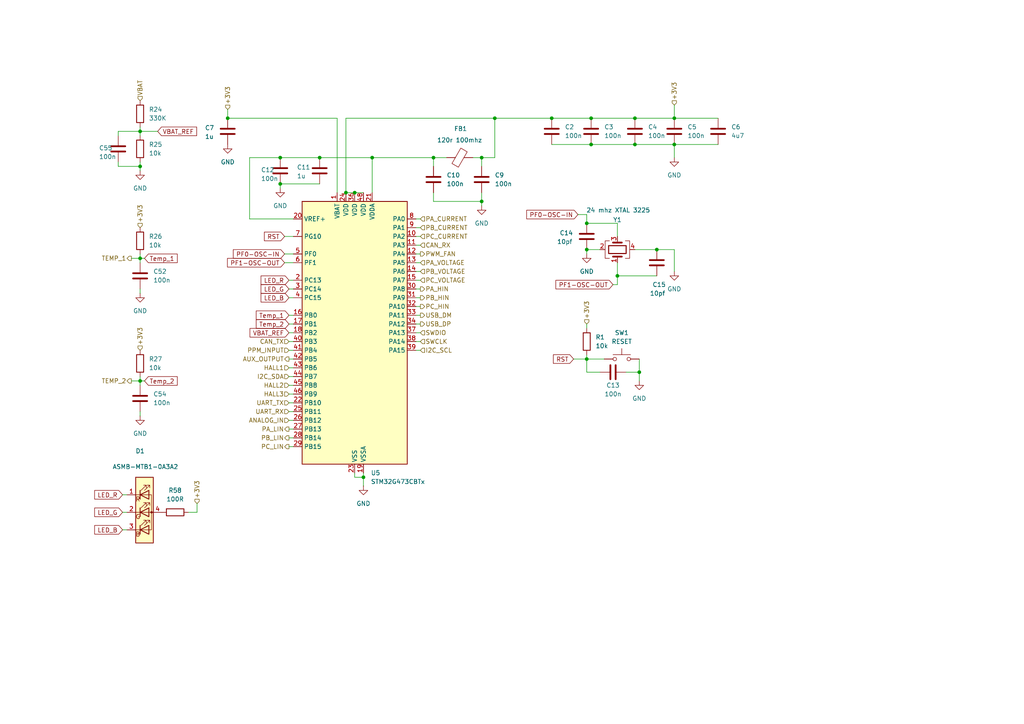
<source format=kicad_sch>
(kicad_sch (version 20250114) (generator "eeschema") (generator_version "9.0")
  (paper "A4")
  (lib_symbols
    (symbol "Device:C" (pin_numbers (hide yes)) (pin_names (offset 0.254))
      (property "Reference" "C" (at 0.635 2.54 0))
      (property "Value" "C" (at 0.635 -2.54 0))
      (symbol "C_0_1"
        (polyline (pts (xy -2.032 0.762) (xy 2.032 0.762)) (stroke (width 0.508)))
        (polyline (pts (xy -2.032 -0.762) (xy 2.032 -0.762)) (stroke (width 0.508)))
      )
      (symbol "C_1_1"
        (pin passive line (at 0 3.81 270) (length 2.794) (name "~") (number "1"))
        (pin passive line (at 0 -3.81 90) (length 2.794) (name "~") (number "2"))
      )
    )
    (symbol "Device:Crystal_GND24" (pin_names (offset 1.016) (hide yes))
      (property "Reference" "Y" (at 3.175 5.08 0))
      (property "Value" "Crystal_GND24" (at 3.175 3.175 0))
      (symbol "Crystal_GND24_0_1"
        (polyline (pts (xy -2.54 2.286) (xy -2.54 3.556) (xy 2.54 3.556) (xy 2.54 2.286)))
        (polyline (pts (xy -2.54 0) (xy -2.032 0)))
        (polyline (pts (xy -2.54 -2.286) (xy -2.54 -3.556) (xy 2.54 -3.556) (xy 2.54 -2.286)))
        (polyline (pts (xy -2.032 -1.27) (xy -2.032 1.27)) (stroke (width 0.508)))
        (rectangle (start -1.143 2.54) (end 1.143 -2.54) (stroke (width 0.3048)))
        (polyline (pts (xy 0 3.556) (xy 0 3.81)))
        (polyline (pts (xy 0 -3.81) (xy 0 -3.556)))
        (polyline (pts (xy 2.032 0) (xy 2.54 0)))
        (polyline (pts (xy 2.032 -1.27) (xy 2.032 1.27)) (stroke (width 0.508)))
      )
      (symbol "Crystal_GND24_1_1"
        (pin passive line (at -3.81 0 0) (length 1.27) (name "1") (number "1"))
        (pin passive line (at 0 5.08 270) (length 1.27) (name "2") (number "2"))
        (pin passive line (at 0 -5.08 90) (length 1.27) (name "4") (number "4"))
        (pin passive line (at 3.81 0 180) (length 1.27) (name "3") (number "3"))
      )
    )
    (symbol "Device:FerriteBead" (pin_numbers (hide yes)) (pin_names (offset 0))
      (property "Reference" "FB" (at -3.81 0.635 90))
      (property "Value" "FerriteBead" (at 3.81 0 90))
      (symbol "FerriteBead_0_1"
        (polyline (pts (xy -2.7686 0.4064) (xy -1.7018 2.2606) (xy 2.7686 -0.3048) (xy 1.6764 -2.159) (xy -2.7686 0.4064)))
        (polyline (pts (xy 0 1.27) (xy 0 1.2954)))
        (polyline (pts (xy 0 -1.27) (xy 0 -1.2192)))
      )
      (symbol "FerriteBead_1_1"
        (pin passive line (at 0 3.81 270) (length 2.54) (name "~") (number "1"))
        (pin passive line (at 0 -3.81 90) (length 2.54) (name "~") (number "2"))
      )
    )
    (symbol "Device:R" (pin_numbers (hide yes)) (pin_names (offset 0))
      (property "Reference" "R" (at 2.032 0 90))
      (property "Value" "R" (at 0 0 90))
      (symbol "R_0_1"
        (rectangle (start -1.016 -2.54) (end 1.016 2.54) (stroke (width 0.254)))
      )
      (symbol "R_1_1"
        (pin passive line (at 0 3.81 270) (length 1.27) (name "~") (number "1"))
        (pin passive line (at 0 -3.81 90) (length 1.27) (name "~") (number "2"))
      )
    )
    (symbol "LED:ASMB-MTB1-0A3A2" (pin_names (offset 0) (hide yes))
      (property "Reference" "D" (at 0 12.7 0))
      (property "Value" "ASMB-MTB1-0A3A2" (at 1.27 -11.43 0))
      (symbol "ASMB-MTB1-0A3A2_0_0"
        (text "R" (at -1.905 3.81 0) (effects (font (size 1.27 1.27))))
        (text "G" (at -1.905 -1.27 0) (effects (font (size 1.27 1.27))))
        (text "B" (at -1.905 -6.35 0) (effects (font (size 1.27 1.27))))
      )
      (symbol "ASMB-MTB1-0A3A2_0_1"
        (polyline (pts (xy -2.54 -5.08) (xy 1.27 -5.08)))
        (polyline (pts (xy -1.27 6.35) (xy -1.27 3.81)) (stroke (width 0.254)))
        (polyline (pts (xy -1.27 1.27) (xy -1.27 -1.27)) (stroke (width 0.254)))
        (polyline (pts (xy -1.27 -3.81) (xy -1.27 -6.35)) (stroke (width 0.254)))
        (polyline (pts (xy -1.016 6.35) (xy 0.508 7.874) (xy -0.254 7.874) (xy 0.508 7.874) (xy 0.508 7.112)))
        (polyline (pts (xy -1.016 1.27) (xy 0.508 2.794) (xy -0.254 2.794) (xy 0.508 2.794) (xy 0.508 2.032)))
        (polyline (pts (xy -1.016 -3.81) (xy 0.508 -2.286) (xy -0.254 -2.286) (xy 0.508 -2.286) (xy 0.508 -3.048)))
        (polyline (pts (xy 0 6.35) (xy 1.524 7.874) (xy 0.762 7.874) (xy 1.524 7.874) (xy 1.524 7.112)))
        (polyline (pts (xy 0 1.27) (xy 1.524 2.794) (xy 0.762 2.794) (xy 1.524 2.794) (xy 1.524 2.032)))
        (polyline (pts (xy 0 -3.81) (xy 1.524 -2.286) (xy 0.762 -2.286) (xy 1.524 -2.286) (xy 1.524 -3.048)))
        (polyline (pts (xy 1.27 6.35) (xy 1.27 3.81) (xy -1.27 5.08) (xy 1.27 6.35)) (stroke (width 0.254)))
        (rectangle (start 1.27 6.35) (end 1.27 6.35))
        (polyline (pts (xy 1.27 5.08) (xy -2.54 5.08)))
        (polyline (pts (xy 1.27 1.27) (xy 1.27 -1.27) (xy -1.27 0) (xy 1.27 1.27)) (stroke (width 0.254)))
        (polyline (pts (xy 1.27 -3.81) (xy 1.27 -6.35) (xy -1.27 -5.08) (xy 1.27 -3.81)) (stroke (width 0.254)))
        (polyline (pts (xy 1.27 -5.08) (xy 2.032 -5.08) (xy 2.032 5.08) (xy 1.27 5.08)))
        (circle (center 2.032 0) (radius 0.254) (fill (type outline)))
        (polyline (pts (xy 2.54 0) (xy -2.54 0)))
        (rectangle (start 2.54 -8.89) (end -2.54 10.16) (stroke (width 0.254)) (fill (type background)))
      )
      (symbol "ASMB-MTB1-0A3A2_1_1"
        (pin passive line (at -5.08 5.08 0) (length 2.54) (name "RK") (number "1"))
        (pin passive line (at -5.08 0 0) (length 2.54) (name "GK") (number "2"))
        (pin passive line (at -5.08 -5.08 0) (length 2.54) (name "BK") (number "3"))
        (pin passive line (at 5.08 0 180) (length 2.54) (name "A") (number "4"))
      )
    )
    (symbol "MCU_ST_STM32G4:STM32G473CBTx"
      (property "Reference" "U" (at -15.24 39.37 0))
      (property "Value" "STM32G473CBTx" (at 7.62 39.37 0))
      (symbol "STM32G473CBTx_0_1"
        (rectangle (start -15.24 -38.1) (end 15.24 38.1) (stroke (width 0.254)) (fill (type background)))
      )
      (symbol "STM32G473CBTx_1_1"
        (pin input line (at -17.78 33.02 0) (length 2.54) (name "VREF+") (number "20"))
        (pin bidirectional line (at -17.78 27.94 0) (length 2.54) (name "PG10") (number "7"))
        (pin bidirectional line (at -17.78 22.86 0) (length 2.54) (name "PF0") (number "5"))
        (pin bidirectional line (at -17.78 20.32 0) (length 2.54) (name "PF1") (number "6"))
        (pin bidirectional line (at -17.78 15.24 0) (length 2.54) (name "PC13") (number "2"))
        (pin bidirectional line (at -17.78 12.7 0) (length 2.54) (name "PC14") (number "3"))
        (pin bidirectional line (at -17.78 10.16 0) (length 2.54) (name "PC15") (number "4"))
        (pin bidirectional line (at -17.78 5.08 0) (length 2.54) (name "PB0") (number "16"))
        (pin bidirectional line (at -17.78 2.54 0) (length 2.54) (name "PB1") (number "17"))
        (pin bidirectional line (at -17.78 0 0) (length 2.54) (name "PB2") (number "18"))
        (pin bidirectional line (at -17.78 -2.54 0) (length 2.54) (name "PB3") (number "40"))
        (pin bidirectional line (at -17.78 -5.08 0) (length 2.54) (name "PB4") (number "41"))
        (pin bidirectional line (at -17.78 -7.62 0) (length 2.54) (name "PB5") (number "42"))
        (pin bidirectional line (at -17.78 -10.16 0) (length 2.54) (name "PB6") (number "43"))
        (pin bidirectional line (at -17.78 -12.7 0) (length 2.54) (name "PB7") (number "44"))
        (pin bidirectional line (at -17.78 -15.24 0) (length 2.54) (name "PB8") (number "45"))
        (pin bidirectional line (at -17.78 -17.78 0) (length 2.54) (name "PB9") (number "46"))
        (pin bidirectional line (at -17.78 -20.32 0) (length 2.54) (name "PB10") (number "22"))
        (pin bidirectional line (at -17.78 -22.86 0) (length 2.54) (name "PB11") (number "25"))
        (pin bidirectional line (at -17.78 -25.4 0) (length 2.54) (name "PB12") (number "26"))
        (pin bidirectional line (at -17.78 -27.94 0) (length 2.54) (name "PB13") (number "27"))
        (pin bidirectional line (at -17.78 -30.48 0) (length 2.54) (name "PB14") (number "28"))
        (pin bidirectional line (at -17.78 -33.02 0) (length 2.54) (name "PB15") (number "29"))
        (pin power_in line (at -5.08 40.64 270) (length 2.54) (name "VBAT") (number "1"))
        (pin power_in line (at -2.54 40.64 270) (length 2.54) (name "VDD") (number "24"))
        (pin power_in line (at 0 40.64 270) (length 2.54) (name "VDD") (number "36"))
        (pin power_in line (at 0 -40.64 90) (length 2.54) (name "VSS") (number "23"))
        (pin passive line (at 0 -40.64 90) (length 2.54) (hide yes) (name "VSS") (number "35"))
        (pin passive line (at 0 -40.64 90) (length 2.54) (hide yes) (name "VSS") (number "47"))
        (pin power_in line (at 2.54 40.64 270) (length 2.54) (name "VDD") (number "48"))
        (pin power_in line (at 2.54 -40.64 90) (length 2.54) (name "VSSA") (number "19"))
        (pin power_in line (at 5.08 40.64 270) (length 2.54) (name "VDDA") (number "21"))
        (pin bidirectional line (at 17.78 33.02 180) (length 2.54) (name "PA0") (number "8"))
        (pin bidirectional line (at 17.78 30.48 180) (length 2.54) (name "PA1") (number "9"))
        (pin bidirectional line (at 17.78 27.94 180) (length 2.54) (name "PA2") (number "10"))
        (pin bidirectional line (at 17.78 25.4 180) (length 2.54) (name "PA3") (number "11"))
        (pin bidirectional line (at 17.78 22.86 180) (length 2.54) (name "PA4") (number "12"))
        (pin bidirectional line (at 17.78 20.32 180) (length 2.54) (name "PA5") (number "13"))
        (pin bidirectional line (at 17.78 17.78 180) (length 2.54) (name "PA6") (number "14"))
        (pin bidirectional line (at 17.78 15.24 180) (length 2.54) (name "PA7") (number "15"))
        (pin bidirectional line (at 17.78 12.7 180) (length 2.54) (name "PA8") (number "30"))
        (pin bidirectional line (at 17.78 10.16 180) (length 2.54) (name "PA9") (number "31"))
        (pin bidirectional line (at 17.78 7.62 180) (length 2.54) (name "PA10") (number "32"))
        (pin bidirectional line (at 17.78 5.08 180) (length 2.54) (name "PA11") (number "33"))
        (pin bidirectional line (at 17.78 2.54 180) (length 2.54) (name "PA12") (number "34"))
        (pin bidirectional line (at 17.78 0 180) (length 2.54) (name "PA13") (number "37"))
        (pin bidirectional line (at 17.78 -2.54 180) (length 2.54) (name "PA14") (number "38"))
        (pin bidirectional line (at 17.78 -5.08 180) (length 2.54) (name "PA15") (number "39"))
      )
    )
    (symbol "Switch:SW_Push" (pin_numbers (hide yes)) (pin_names (offset 1.016) (hide yes))
      (property "Reference" "SW" (at 1.27 2.54 0))
      (property "Value" "SW_Push" (at 0 -1.524 0))
      (symbol "SW_Push_0_1"
        (circle (center -2.032 0) (radius 0.508))
        (polyline (pts (xy 0 1.27) (xy 0 3.048)))
        (circle (center 2.032 0) (radius 0.508))
        (polyline (pts (xy 2.54 1.27) (xy -2.54 1.27)))
        (pin passive line (at -5.08 0 0) (length 2.54) (name "1") (number "1"))
        (pin passive line (at 5.08 0 180) (length 2.54) (name "2") (number "2"))
      )
    )
    (symbol "power:GND" (power) (pin_numbers (hide yes)) (pin_names (offset 0) (hide yes))
      (property "Value" "GND" (at 0 -3.81 0))
      (symbol "GND_0_1"
        (polyline (pts (xy 0 0) (xy 0 -1.27) (xy 1.27 -1.27) (xy 0 -2.54) (xy -1.27 -1.27) (xy 0 -1.27)))
      )
      (symbol "GND_1_1"
        (pin power_in line (at 0 0 270) (length 0) (name "~") (number "1"))
      )
    )
  )
  (junction (at 195.58 41.91))
  (junction (at 40.64 110.49))
  (junction (at 179.07 80.01))
  (junction (at 125.73 45.72))
  (junction (at 40.64 74.93))
  (junction (at 81.28 53.34))
  (junction (at 40.64 38.1))
  (junction (at 92.71 45.72))
  (junction (at 40.64 48.26))
  (junction (at 170.18 104.14))
  (junction (at 171.45 34.29))
  (junction (at 170.18 72.39))
  (junction (at 160.02 34.29))
  (junction (at 100.33 55.88))
  (junction (at 105.41 138.43))
  (junction (at 139.7 58.42))
  (junction (at 66.04 34.29))
  (junction (at 102.87 55.88))
  (junction (at 170.18 64.77))
  (junction (at 139.7 45.72))
  (junction (at 184.15 41.91))
  (junction (at 107.95 45.72))
  (junction (at 81.28 45.72))
  (junction (at 184.15 34.29))
  (junction (at 185.42 107.95))
  (junction (at 143.51 34.29))
  (junction (at 195.58 34.29))
  (junction (at 190.5 72.39))
  (junction (at 171.45 41.91))
  (wire (pts (xy 120.65 81.28) (xy 121.92 81.28)))
  (wire (pts (xy 173.99 107.95) (xy 170.18 107.95)))
  (wire (pts (xy 179.07 80.01) (xy 179.07 82.55)))
  (wire (pts (xy 195.58 41.91) (xy 195.58 45.72)))
  (wire (pts (xy 83.82 116.84) (xy 85.09 116.84)))
  (wire (pts (xy 166.37 104.14) (xy 170.18 104.14)))
  (wire (pts (xy 170.18 72.39) (xy 170.18 73.66)))
  (wire (pts (xy 40.64 49.53) (xy 40.64 48.26)))
  (wire (pts (xy 40.64 119.38) (xy 40.64 120.65)))
  (wire (pts (xy 125.73 58.42) (xy 139.7 58.42)))
  (wire (pts (xy 100.33 55.88) (xy 102.87 55.88)))
  (wire (pts (xy 120.65 86.36) (xy 121.92 86.36)))
  (wire (pts (xy 83.82 124.46) (xy 85.09 124.46)))
  (wire (pts (xy 83.82 106.68) (xy 85.09 106.68)))
  (wire (pts (xy 40.64 74.93) (xy 40.64 73.66)))
  (wire (pts (xy 85.09 63.5) (xy 72.39 63.5)))
  (wire (pts (xy 83.82 101.6) (xy 85.09 101.6)))
  (wire (pts (xy 102.87 138.43) (xy 105.41 138.43)))
  (wire (pts (xy 40.64 110.49) (xy 40.64 109.22)))
  (wire (pts (xy 38.1 110.49) (xy 40.64 110.49)))
  (wire (pts (xy 34.29 38.1) (xy 40.64 38.1)))
  (wire (pts (xy 100.33 34.29) (xy 100.33 55.88)))
  (wire (pts (xy 66.04 34.29) (xy 97.79 34.29)))
  (wire (pts (xy 107.95 55.88) (xy 107.95 45.72)))
  (wire (pts (xy 179.07 76.2) (xy 179.07 80.01)))
  (wire (pts (xy 179.07 80.01) (xy 190.5 80.01)))
  (wire (pts (xy 170.18 62.23) (xy 170.18 64.77)))
  (wire (pts (xy 40.64 38.1) (xy 40.64 36.83)))
  (wire (pts (xy 179.07 64.77) (xy 179.07 68.58)))
  (wire (pts (xy 125.73 45.72) (xy 129.54 45.72)))
  (wire (pts (xy 54.61 148.59) (xy 57.15 148.59)))
  (wire (pts (xy 92.71 45.72) (xy 107.95 45.72)))
  (wire (pts (xy 185.42 104.14) (xy 185.42 107.95)))
  (wire (pts (xy 105.41 138.43) (xy 105.41 137.16)))
  (wire (pts (xy 195.58 30.48) (xy 195.58 34.29)))
  (wire (pts (xy 40.64 46.99) (xy 40.64 48.26)))
  (wire (pts (xy 120.65 68.58) (xy 121.92 68.58)))
  (wire (pts (xy 66.04 31.75) (xy 66.04 34.29)))
  (wire (pts (xy 83.82 81.28) (xy 85.09 81.28)))
  (wire (pts (xy 81.28 53.34) (xy 92.71 53.34)))
  (wire (pts (xy 81.28 53.34) (xy 81.28 54.61)))
  (wire (pts (xy 83.82 114.3) (xy 85.09 114.3)))
  (wire (pts (xy 120.65 73.66) (xy 121.92 73.66)))
  (wire (pts (xy 170.18 102.87) (xy 170.18 104.14)))
  (wire (pts (xy 120.65 78.74) (xy 121.92 78.74)))
  (wire (pts (xy 83.82 91.44) (xy 85.09 91.44)))
  (wire (pts (xy 35.56 148.59) (xy 36.83 148.59)))
  (wire (pts (xy 195.58 41.91) (xy 208.28 41.91)))
  (wire (pts (xy 120.65 99.06) (xy 121.92 99.06)))
  (wire (pts (xy 184.15 72.39) (xy 190.5 72.39)))
  (wire (pts (xy 82.55 73.66) (xy 85.09 73.66)))
  (wire (pts (xy 121.92 66.04) (xy 120.65 66.04)))
  (wire (pts (xy 83.82 96.52) (xy 85.09 96.52)))
  (wire (pts (xy 40.64 83.82) (xy 40.64 85.09)))
  (wire (pts (xy 125.73 55.88) (xy 125.73 58.42)))
  (wire (pts (xy 195.58 72.39) (xy 195.58 78.74)))
  (wire (pts (xy 195.58 34.29) (xy 208.28 34.29)))
  (wire (pts (xy 167.64 62.23) (xy 170.18 62.23)))
  (wire (pts (xy 72.39 63.5) (xy 72.39 45.72)))
  (wire (pts (xy 185.42 107.95) (xy 185.42 110.49)))
  (wire (pts (xy 40.64 38.1) (xy 45.72 38.1)))
  (wire (pts (xy 83.82 121.92) (xy 85.09 121.92)))
  (wire (pts (xy 83.82 93.98) (xy 85.09 93.98)))
  (wire (pts (xy 120.65 83.82) (xy 121.92 83.82)))
  (wire (pts (xy 195.58 72.39) (xy 190.5 72.39)))
  (wire (pts (xy 82.55 76.2) (xy 85.09 76.2)))
  (wire (pts (xy 143.51 45.72) (xy 143.51 34.29)))
  (wire (pts (xy 40.64 110.49) (xy 41.91 110.49)))
  (wire (pts (xy 160.02 41.91) (xy 171.45 41.91)))
  (wire (pts (xy 120.65 101.6) (xy 121.92 101.6)))
  (wire (pts (xy 81.28 45.72) (xy 92.71 45.72)))
  (wire (pts (xy 83.82 109.22) (xy 85.09 109.22)))
  (wire (pts (xy 83.82 111.76) (xy 85.09 111.76)))
  (wire (pts (xy 121.92 96.52) (xy 120.65 96.52)))
  (wire (pts (xy 40.64 74.93) (xy 41.91 74.93)))
  (wire (pts (xy 105.41 138.43) (xy 105.41 140.97)))
  (wire (pts (xy 35.56 153.67) (xy 36.83 153.67)))
  (wire (pts (xy 97.79 34.29) (xy 97.79 55.88)))
  (wire (pts (xy 40.64 111.76) (xy 40.64 110.49)))
  (wire (pts (xy 120.65 91.44) (xy 121.92 91.44)))
  (wire (pts (xy 170.18 104.14) (xy 175.26 104.14)))
  (wire (pts (xy 170.18 72.39) (xy 173.99 72.39)))
  (wire (pts (xy 170.18 93.98) (xy 170.18 95.25)))
  (wire (pts (xy 34.29 48.26) (xy 40.64 48.26)))
  (wire (pts (xy 181.61 107.95) (xy 185.42 107.95)))
  (wire (pts (xy 139.7 55.88) (xy 139.7 58.42)))
  (wire (pts (xy 171.45 34.29) (xy 184.15 34.29)))
  (wire (pts (xy 184.15 41.91) (xy 195.58 41.91)))
  (wire (pts (xy 120.65 71.12) (xy 121.92 71.12)))
  (wire (pts (xy 125.73 48.26) (xy 125.73 45.72)))
  (wire (pts (xy 107.95 45.72) (xy 125.73 45.72)))
  (wire (pts (xy 177.8 82.55) (xy 179.07 82.55)))
  (wire (pts (xy 82.55 68.58) (xy 85.09 68.58)))
  (wire (pts (xy 83.82 99.06) (xy 85.09 99.06)))
  (wire (pts (xy 34.29 46.99) (xy 34.29 48.26)))
  (wire (pts (xy 83.82 86.36) (xy 85.09 86.36)))
  (wire (pts (xy 102.87 55.88) (xy 105.41 55.88)))
  (wire (pts (xy 72.39 45.72) (xy 81.28 45.72)))
  (wire (pts (xy 83.82 129.54) (xy 85.09 129.54)))
  (wire (pts (xy 34.29 39.37) (xy 34.29 38.1)))
  (wire (pts (xy 40.64 39.37) (xy 40.64 38.1)))
  (wire (pts (xy 35.56 143.51) (xy 36.83 143.51)))
  (wire (pts (xy 171.45 41.91) (xy 184.15 41.91)))
  (wire (pts (xy 139.7 48.26) (xy 139.7 45.72)))
  (wire (pts (xy 170.18 107.95) (xy 170.18 104.14)))
  (wire (pts (xy 102.87 138.43) (xy 102.87 137.16)))
  (wire (pts (xy 139.7 58.42) (xy 139.7 59.69)))
  (wire (pts (xy 139.7 45.72) (xy 143.51 45.72)))
  (wire (pts (xy 83.82 104.14) (xy 85.09 104.14)))
  (wire (pts (xy 120.65 88.9) (xy 121.92 88.9)))
  (wire (pts (xy 83.82 119.38) (xy 85.09 119.38)))
  (wire (pts (xy 160.02 34.29) (xy 171.45 34.29)))
  (wire (pts (xy 120.65 76.2) (xy 121.92 76.2)))
  (wire (pts (xy 38.1 74.93) (xy 40.64 74.93)))
  (wire (pts (xy 121.92 63.5) (xy 120.65 63.5)))
  (wire (pts (xy 120.65 93.98) (xy 121.92 93.98)))
  (wire (pts (xy 40.64 76.2) (xy 40.64 74.93)))
  (wire (pts (xy 184.15 34.29) (xy 195.58 34.29)))
  (wire (pts (xy 83.82 127) (xy 85.09 127)))
  (wire (pts (xy 83.82 83.82) (xy 85.09 83.82)))
  (wire (pts (xy 170.18 64.77) (xy 179.07 64.77)))
  (wire (pts (xy 57.15 148.59) (xy 57.15 146.05)))
  (wire (pts (xy 143.51 34.29) (xy 160.02 34.29)))
  (wire (pts (xy 137.16 45.72) (xy 139.7 45.72)))
  (wire (pts (xy 143.51 34.29) (xy 100.33 34.29)))
  (global_label "RST" (shape input) (at 82.55 68.58 180) (property "Intersheetrefs" "${INTERSHEET_REFS}" (effects (hide yes))))
  (global_label "LED_R" (shape input) (at 83.82 81.28 180) (property "Intersheetrefs" "${INTERSHEET_REFS}" (effects (hide yes))))
  (global_label "Temp_2" (shape input) (at 83.82 93.98 180) (property "Intersheetrefs" "${INTERSHEET_REFS}" (effects (hide yes))))
  (global_label "PF1-OSC-OUT" (shape input) (at 177.8 82.55 180) (property "Intersheetrefs" "${INTERSHEET_REFS}" (effects (hide yes))))
  (global_label "PF1-OSC-OUT" (shape input) (at 82.55 76.2 180) (property "Intersheetrefs" "${INTERSHEET_REFS}" (effects (hide yes))))
  (global_label "PF0-OSC-IN" (shape input) (at 167.64 62.23 180) (property "Intersheetrefs" "${INTERSHEET_REFS}" (effects (hide yes))))
  (global_label "Temp_1" (shape input) (at 41.91 74.93 0) (property "Intersheetrefs" "${INTERSHEET_REFS}" (effects (hide yes))))
  (global_label "VBAT_REF" (shape input) (at 83.82 96.52 180) (property "Intersheetrefs" "${INTERSHEET_REFS}" (effects (hide yes))))
  (global_label "Temp_2" (shape input) (at 41.91 110.49 0) (property "Intersheetrefs" "${INTERSHEET_REFS}" (effects (hide yes))))
  (global_label "LED_B" (shape input) (at 35.56 153.67 180) (property "Intersheetrefs" "${INTERSHEET_REFS}" (effects (hide yes))))
  (global_label "LED_G" (shape input) (at 35.56 148.59 180) (property "Intersheetrefs" "${INTERSHEET_REFS}" (effects (hide yes))))
  (global_label "Temp_1" (shape input) (at 83.82 91.44 180) (property "Intersheetrefs" "${INTERSHEET_REFS}" (effects (hide yes))))
  (global_label "RST" (shape input) (at 166.37 104.14 180) (property "Intersheetrefs" "${INTERSHEET_REFS}" (effects (hide yes))))
  (global_label "VBAT_REF" (shape input) (at 45.72 38.1 0) (property "Intersheetrefs" "${INTERSHEET_REFS}" (effects (hide yes))))
  (global_label "LED_R" (shape input) (at 35.56 143.51 180) (property "Intersheetrefs" "${INTERSHEET_REFS}" (effects (hide yes))))
  (global_label "PF0-OSC-IN" (shape input) (at 82.55 73.66 180) (property "Intersheetrefs" "${INTERSHEET_REFS}" (effects (hide yes))))
  (global_label "LED_B" (shape input) (at 83.82 86.36 180) (property "Intersheetrefs" "${INTERSHEET_REFS}" (effects (hide yes))))
  (global_label "LED_G" (shape input) (at 83.82 83.82 180) (property "Intersheetrefs" "${INTERSHEET_REFS}" (effects (hide yes))))
  (hierarchical_label "+3V3" (shape input) (at 40.64 101.6 90))
  (hierarchical_label "PC_VOLTAGE" (shape input) (at 121.92 81.28 0))
  (hierarchical_label "VBAT" (shape input) (at 40.64 29.21 90))
  (hierarchical_label "+3V3" (shape input) (at 57.15 146.05 90))
  (hierarchical_label "PB_CURRENT" (shape input) (at 121.92 66.04 0))
  (hierarchical_label "I2C_SDA" (shape input) (at 83.82 109.22 180))
  (hierarchical_label "PB_HIN" (shape output) (at 121.92 86.36 0))
  (hierarchical_label "CAN_TX" (shape input) (at 83.82 99.06 180))
  (hierarchical_label "USB_DP" (shape output) (at 121.92 93.98 0))
  (hierarchical_label "PA_HIN" (shape output) (at 121.92 83.82 0))
  (hierarchical_label "+3V3" (shape input) (at 40.64 66.04 90))
  (hierarchical_label "TEMP_2" (shape output) (at 38.1 110.49 180))
  (hierarchical_label "HALL2" (shape input) (at 83.82 111.76 180))
  (hierarchical_label "HALL1" (shape input) (at 83.82 106.68 180))
  (hierarchical_label "ANALOG_IN" (shape input) (at 83.82 121.92 180))
  (hierarchical_label "AUX_OUTPUT" (shape output) (at 83.82 104.14 180))
  (hierarchical_label "PA_LIN" (shape output) (at 83.82 124.46 180))
  (hierarchical_label "+3V3" (shape input) (at 66.04 31.75 90))
  (hierarchical_label "PB_VOLTAGE" (shape input) (at 121.92 78.74 0))
  (hierarchical_label "PA_CURRENT" (shape input) (at 121.92 63.5 0))
  (hierarchical_label "CAN_RX" (shape input) (at 121.92 71.12 0))
  (hierarchical_label "PC_LIN" (shape output) (at 83.82 129.54 180))
  (hierarchical_label "HALL3" (shape input) (at 83.82 114.3 180))
  (hierarchical_label "+3V3" (shape input) (at 170.18 93.98 90))
  (hierarchical_label "SWCLK" (shape input) (at 121.92 99.06 0))
  (hierarchical_label "PPM_INPUT" (shape input) (at 83.82 101.6 180))
  (hierarchical_label "PA_VOLTAGE" (shape input) (at 121.92 76.2 0))
  (hierarchical_label "+3V3" (shape input) (at 195.58 30.48 90))
  (hierarchical_label "UART_TX" (shape input) (at 83.82 116.84 180))
  (hierarchical_label "UART_RX" (shape input) (at 83.82 119.38 180))
  (hierarchical_label "PC_HIN" (shape output) (at 121.92 88.9 0))
  (hierarchical_label "PB_LIN" (shape output) (at 83.82 127 180))
  (hierarchical_label "SWDIO" (shape input) (at 121.92 96.52 0))
  (hierarchical_label "TEMP_1" (shape output) (at 38.1 74.93 180))
  (hierarchical_label "PWM_FAN" (shape output) (at 121.92 73.66 0))
  (hierarchical_label "I2C_SCL" (shape input) (at 121.92 101.6 0))
  (hierarchical_label "PC_CURRENT" (shape input) (at 121.92 68.58 0))
  (hierarchical_label "USB_DM" (shape output) (at 121.92 91.44 0))
  (symbol (lib_id "power:GND") (at 66.04 41.91 0) (unit 1)
    (property "Reference" "#PWR03" (effects (hide yes)))
    (property "Value" "GND" (at 66.04 46.99 0))
    (property "Description" "Power symbol creates a global label with name \"GND\" , ground" (effects (hide yes)))
  )
  (symbol (lib_id "MCU_ST_STM32G4:STM32G473CBTx") (at 102.87 96.52 0) (unit 1)
    (property "Reference" "U5" (at 107.5533 137.16 0) (effects (justify left)))
    (property "Value" "STM32G473CBTx" (at 107.5533 139.7 0) (effects (justify left)))
    (property "Footprint" "Package_QFP:LQFP-48_7x7mm_P0.5mm" (effects (hide yes)))
    (property "Datasheet" "https://www.st.com/resource/en/datasheet/stm32g473cb.pdf" (effects (hide yes)))
    (property "Description" "STMicroelectronics Arm Cortex-M4 MCU, 128KB flash, 128KB RAM, 170 MHz, 1.71-3.6V, 38 GPIO, LQFP48" (effects (hide yes)))
  )
  (symbol (lib_id "Device:C") (at 195.58 38.1 0) (unit 1)
    (property "Reference" "C5" (at 199.39 36.8299 0) (effects (justify left)))
    (property "Value" "100n" (at 199.39 39.3699 0) (effects (justify left)))
    (property "Footprint" "Capacitor_SMD:C_0402_1005Metric" (effects (hide yes)))
    (property "Description" "Unpolarized capacitor" (effects (hide yes)))
  )
  (symbol (lib_id "Device:C") (at 170.18 68.58 0) (unit 1)
    (property "Reference" "C14" (at 162.306 67.564 0) (effects (justify left)))
    (property "Value" "10pf" (at 161.544 70.104 0) (effects (justify left)))
    (property "Footprint" "Capacitor_SMD:C_0402_1005Metric" (effects (hide yes)))
    (property "Description" "Unpolarized capacitor" (effects (hide yes)))
  )
  (symbol (lib_id "Device:R") (at 40.64 69.85 0) (unit 1)
    (property "Reference" "R26" (at 43.18 68.5799 0) (effects (justify left)))
    (property "Value" "10k" (at 43.18 71.1199 0) (effects (justify left)))
    (property "Footprint" "Resistor_SMD:R_0402_1005Metric" (effects (hide yes)))
    (property "Description" "Resistor" (effects (hide yes)))
  )
  (symbol (lib_id "Device:R") (at 40.64 43.18 0) (unit 1)
    (property "Reference" "R25" (at 43.18 41.9099 0) (effects (justify left)))
    (property "Value" "10k" (at 43.18 44.4499 0) (effects (justify left)))
    (property "Footprint" "Resistor_SMD:R_0402_1005Metric" (effects (hide yes)))
    (property "Description" "Resistor" (effects (hide yes)))
  )
  (symbol (lib_id "Device:C") (at 92.71 49.53 0) (unit 1)
    (property "Reference" "C11" (at 86.106 48.514 0) (effects (justify left)))
    (property "Value" "1u" (at 86.106 51.054 0) (effects (justify left)))
    (property "Footprint" "Capacitor_SMD:C_0402_1005Metric" (effects (hide yes)))
    (property "Description" "Unpolarized capacitor" (effects (hide yes)))
  )
  (symbol (lib_id "Device:C") (at 81.28 49.53 0) (unit 1)
    (property "Reference" "C12" (at 75.692 49.276 0) (effects (justify left)))
    (property "Value" "100n" (at 75.692 51.816 0) (effects (justify left)))
    (property "Footprint" "Capacitor_SMD:C_0402_1005Metric" (effects (hide yes)))
    (property "Description" "Unpolarized capacitor" (effects (hide yes)))
  )
  (symbol (lib_id "LED:ASMB-MTB1-0A3A2") (at 41.91 148.59 0) (unit 1)
    (property "Reference" "D1" (at 40.64 130.81 0))
    (property "Value" "ASMB-MTB1-0A3A2" (at 42.164 135.382 0))
    (property "Footprint" "LED_SMD:LED_Avago_PLCC4_3.2x2.8mm_CW" (effects (hide yes)))
    (property "Datasheet" "https://docs.broadcom.com/docs/AV02-4194EN" (effects (hide yes)))
    (property "Description" "Tricolor Black Surface LED, Common Anode Pin 4, PLCC-4" (effects (hide yes)))
  )
  (symbol (lib_id "Device:FerriteBead") (at 133.35 45.72 90) (unit 1)
    (property "Reference" "FB1" (at 133.604 37.338 90))
    (property "Value" "120r 100mhz" (at 133.2992 40.64 90))
    (property "Footprint" "Inductor_SMD:L_0402_1005Metric" (effects (hide yes)))
    (property "Description" "Ferrite bead" (effects (hide yes)))
  )
  (symbol (lib_id "Device:C") (at 66.04 38.1 0) (unit 1)
    (property "Reference" "C7" (at 59.436 37.084 0) (effects (justify left)))
    (property "Value" "1u" (at 59.436 39.624 0) (effects (justify left)))
    (property "Footprint" "Capacitor_SMD:C_0402_1005Metric" (effects (hide yes)))
    (property "Description" "Unpolarized capacitor" (effects (hide yes)))
  )
  (symbol (lib_id "power:GND") (at 195.58 78.74 0) (unit 1)
    (property "Reference" "#PWR011" (effects (hide yes)))
    (property "Value" "GND" (at 195.58 83.82 0))
    (property "Description" "Power symbol creates a global label with name \"GND\" , ground" (effects (hide yes)))
  )
  (symbol (lib_id "power:GND") (at 40.64 120.65 0) (unit 1)
    (property "Reference" "#PWR054" (effects (hide yes)))
    (property "Value" "GND" (at 40.64 125.73 0))
    (property "Description" "Power symbol creates a global label with name \"GND\" , ground" (effects (hide yes)))
  )
  (symbol (lib_id "power:GND") (at 170.18 73.66 0) (unit 1)
    (property "Reference" "#PWR010" (effects (hide yes)))
    (property "Value" "GND" (at 170.18 78.74 0))
    (property "Description" "Power symbol creates a global label with name \"GND\" , ground" (effects (hide yes)))
  )
  (symbol (lib_id "Device:C") (at 184.15 38.1 0) (unit 1)
    (property "Reference" "C4" (at 187.96 36.8299 0) (effects (justify left)))
    (property "Value" "100n" (at 187.96 39.3699 0) (effects (justify left)))
    (property "Footprint" "Capacitor_SMD:C_0402_1005Metric" (effects (hide yes)))
    (property "Description" "Unpolarized capacitor" (effects (hide yes)))
  )
  (symbol (lib_id "power:GND") (at 105.41 140.97 0) (unit 1)
    (property "Reference" "#PWR06" (effects (hide yes)))
    (property "Value" "GND" (at 105.41 146.05 0))
    (property "Description" "Power symbol creates a global label with name \"GND\" , ground" (effects (hide yes)))
  )
  (symbol (lib_id "Device:C") (at 40.64 115.57 0) (unit 1)
    (property "Reference" "C54" (at 44.45 114.2999 0) (effects (justify left)))
    (property "Value" "100n" (at 44.45 116.8399 0) (effects (justify left)))
    (property "Footprint" "Capacitor_SMD:C_0402_1005Metric" (effects (hide yes)))
    (property "Description" "Unpolarized capacitor" (effects (hide yes)))
  )
  (symbol (lib_id "power:GND") (at 40.64 49.53 0) (unit 1)
    (property "Reference" "#PWR052" (effects (hide yes)))
    (property "Value" "GND" (at 40.64 54.61 0))
    (property "Description" "Power symbol creates a global label with name \"GND\" , ground" (effects (hide yes)))
  )
  (symbol (lib_id "Device:C") (at 190.5 76.2 0) (unit 1)
    (property "Reference" "C15" (at 189.23 82.55 0) (effects (justify left)))
    (property "Value" "10pf" (at 188.468 85.09 0) (effects (justify left)))
    (property "Footprint" "Capacitor_SMD:C_0402_1005Metric" (effects (hide yes)))
    (property "Description" "Unpolarized capacitor" (effects (hide yes)))
  )
  (symbol (lib_id "power:GND") (at 185.42 110.49 0) (unit 1)
    (property "Reference" "#PWR08" (effects (hide yes)))
    (property "Value" "GND" (at 185.42 115.57 0))
    (property "Description" "Power symbol creates a global label with name \"GND\" , ground" (effects (hide yes)))
  )
  (symbol (lib_id "Device:C") (at 125.73 52.07 0) (unit 1)
    (property "Reference" "C10" (at 129.54 50.7999 0) (effects (justify left)))
    (property "Value" "100n" (at 129.54 53.3399 0) (effects (justify left)))
    (property "Footprint" "Capacitor_SMD:C_0402_1005Metric" (effects (hide yes)))
    (property "Description" "Unpolarized capacitor" (effects (hide yes)))
  )
  (symbol (lib_id "Device:C") (at 208.28 38.1 0) (unit 1)
    (property "Reference" "C6" (at 212.09 36.8299 0) (effects (justify left)))
    (property "Value" "4u7" (at 212.09 39.3699 0) (effects (justify left)))
    (property "Footprint" "Capacitor_SMD:C_0402_1005Metric" (effects (hide yes)))
    (property "Description" "Unpolarized capacitor" (effects (hide yes)))
  )
  (symbol (lib_id "Device:C") (at 177.8 107.95 90) (unit 1)
    (property "Reference" "C13" (at 177.8 111.76 90))
    (property "Value" "100n" (at 177.8 114.3 90))
    (property "Footprint" "Capacitor_SMD:C_0402_1005Metric" (effects (hide yes)))
    (property "Description" "Unpolarized capacitor" (effects (hide yes)))
  )
  (symbol (lib_id "Device:C") (at 139.7 52.07 0) (unit 1)
    (property "Reference" "C9" (at 143.51 50.7999 0) (effects (justify left)))
    (property "Value" "100n" (at 143.51 53.3399 0) (effects (justify left)))
    (property "Footprint" "Capacitor_SMD:C_0402_1005Metric" (effects (hide yes)))
    (property "Description" "Unpolarized capacitor" (effects (hide yes)))
  )
  (symbol (lib_id "Device:Crystal_GND24") (at 179.07 72.39 90) (unit 1)
    (property "Reference" "Y1" (at 179.07 63.754 90))
    (property "Value" "24 mhz XTAL 3225" (at 179.324 60.96 90))
    (property "Footprint" "Crystal:Crystal_SMD_2016-4Pin_2.0x1.6mm" (effects (hide yes)))
    (property "Description" "Four pin crystal, GND on pins 2 and 4" (effects (hide yes)))
  )
  (symbol (lib_id "Switch:SW_Push") (at 180.34 104.14 0) (unit 1)
    (property "Reference" "SW1" (at 180.34 96.52 0))
    (property "Value" "RESET" (at 180.34 99.06 0))
    (property "Footprint" "Button_Switch_SMD:SW_SPST_B3U-1000P" (effects (hide yes)))
    (property "Description" "Push button switch, generic, two pins" (effects (hide yes)))
  )
  (symbol (lib_id "power:GND") (at 195.58 45.72 0) (unit 1)
    (property "Reference" "#PWR02" (effects (hide yes)))
    (property "Value" "GND" (at 195.58 50.8 0))
    (property "Description" "Power symbol creates a global label with name \"GND\" , ground" (effects (hide yes)))
  )
  (symbol (lib_id "power:GND") (at 139.7 59.69 0) (unit 1)
    (property "Reference" "#PWR09" (effects (hide yes)))
    (property "Value" "GND" (at 139.7 64.77 0))
    (property "Description" "Power symbol creates a global label with name \"GND\" , ground" (effects (hide yes)))
  )
  (symbol (lib_id "Device:R") (at 170.18 99.06 0) (unit 1)
    (property "Reference" "R1" (at 172.72 97.7899 0) (effects (justify left)))
    (property "Value" "10k" (at 172.72 100.3299 0) (effects (justify left)))
    (property "Footprint" "Resistor_SMD:R_0402_1005Metric" (effects (hide yes)))
    (property "Description" "Resistor" (effects (hide yes)))
  )
  (symbol (lib_id "Device:R") (at 40.64 33.02 0) (unit 1)
    (property "Reference" "R24" (at 43.18 31.7499 0) (effects (justify left)))
    (property "Value" "330K" (at 43.18 34.2899 0) (effects (justify left)))
    (property "Footprint" "Resistor_SMD:R_0402_1005Metric" (effects (hide yes)))
    (property "Description" "Resistor" (effects (hide yes)))
  )
  (symbol (lib_id "Device:C") (at 34.29 43.18 0) (unit 1)
    (property "Reference" "C55" (at 28.702 42.926 0) (effects (justify left)))
    (property "Value" "100n" (at 28.702 45.466 0) (effects (justify left)))
    (property "Footprint" "Capacitor_SMD:C_0402_1005Metric" (effects (hide yes)))
    (property "Description" "Unpolarized capacitor" (effects (hide yes)))
  )
  (symbol (lib_id "power:GND") (at 40.64 85.09 0) (unit 1)
    (property "Reference" "#PWR053" (effects (hide yes)))
    (property "Value" "GND" (at 40.64 90.17 0))
    (property "Description" "Power symbol creates a global label with name \"GND\" , ground" (effects (hide yes)))
  )
  (symbol (lib_id "power:GND") (at 81.28 54.61 0) (unit 1)
    (property "Reference" "#PWR05" (effects (hide yes)))
    (property "Value" "GND" (at 81.28 59.69 0))
    (property "Description" "Power symbol creates a global label with name \"GND\" , ground" (effects (hide yes)))
  )
  (symbol (lib_id "Device:C") (at 160.02 38.1 0) (unit 1)
    (property "Reference" "C2" (at 163.83 36.8299 0) (effects (justify left)))
    (property "Value" "100n" (at 163.83 39.3699 0) (effects (justify left)))
    (property "Footprint" "Capacitor_SMD:C_0402_1005Metric" (effects (hide yes)))
    (property "Description" "Unpolarized capacitor" (effects (hide yes)))
  )
  (symbol (lib_id "Device:C") (at 40.64 80.01 0) (unit 1)
    (property "Reference" "C52" (at 44.45 78.7399 0) (effects (justify left)))
    (property "Value" "100n" (at 44.45 81.2799 0) (effects (justify left)))
    (property "Footprint" "Capacitor_SMD:C_0402_1005Metric" (effects (hide yes)))
    (property "Description" "Unpolarized capacitor" (effects (hide yes)))
  )
  (symbol (lib_id "Device:R") (at 40.64 105.41 0) (unit 1)
    (property "Reference" "R27" (at 43.18 104.1399 0) (effects (justify left)))
    (property "Value" "10k" (at 43.18 106.6799 0) (effects (justify left)))
    (property "Footprint" "Resistor_SMD:R_0402_1005Metric" (effects (hide yes)))
    (property "Description" "Resistor" (effects (hide yes)))
  )
  (symbol (lib_id "Device:R") (at 50.8 148.59 90) (unit 1)
    (property "Reference" "R58" (at 50.8 142.24 90))
    (property "Value" "100R" (at 50.8 144.78 90))
    (property "Footprint" "Resistor_SMD:R_0603_1608Metric_Pad0.98x0.95mm_HandSolder" (effects (hide yes)))
    (property "Description" "Resistor" (effects (hide yes)))
  )
  (symbol (lib_id "Device:C") (at 171.45 38.1 0) (unit 1)
    (property "Reference" "C3" (at 175.26 36.8299 0) (effects (justify left)))
    (property "Value" "100n" (at 175.26 39.3699 0) (effects (justify left)))
    (property "Footprint" "Capacitor_SMD:C_0402_1005Metric" (effects (hide yes)))
    (property "Description" "Unpolarized capacitor" (effects (hide yes)))
  )
)
</source>
